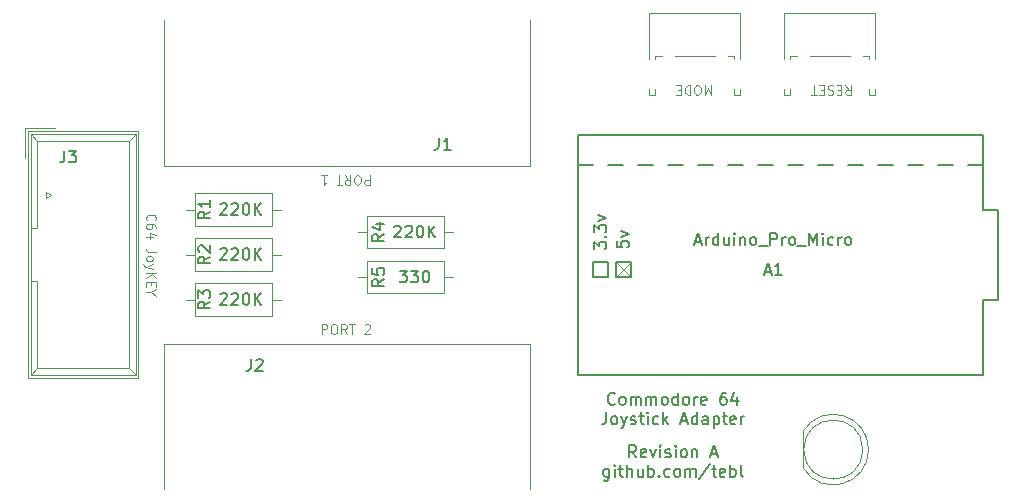
<source format=gto>
%TF.GenerationSoftware,KiCad,Pcbnew,(5.1.8)-1*%
%TF.CreationDate,2021-01-12T21:41:51+01:00*%
%TF.ProjectId,C64 Joystick Adapter,43363420-4a6f-4797-9374-69636b204164,rev?*%
%TF.SameCoordinates,Original*%
%TF.FileFunction,Legend,Top*%
%TF.FilePolarity,Positive*%
%FSLAX46Y46*%
G04 Gerber Fmt 4.6, Leading zero omitted, Abs format (unit mm)*
G04 Created by KiCad (PCBNEW (5.1.8)-1) date 2021-01-12 21:41:51*
%MOMM*%
%LPD*%
G01*
G04 APERTURE LIST*
%ADD10C,0.100000*%
%ADD11C,0.120000*%
%ADD12C,0.150000*%
G04 APERTURE END LIST*
D10*
X165499904Y-77743095D02*
X165766571Y-78124047D01*
X165957047Y-77743095D02*
X165957047Y-78543095D01*
X165652285Y-78543095D01*
X165576095Y-78505000D01*
X165538000Y-78466904D01*
X165499904Y-78390714D01*
X165499904Y-78276428D01*
X165538000Y-78200238D01*
X165576095Y-78162142D01*
X165652285Y-78124047D01*
X165957047Y-78124047D01*
X165157047Y-78162142D02*
X164890380Y-78162142D01*
X164776095Y-77743095D02*
X165157047Y-77743095D01*
X165157047Y-78543095D01*
X164776095Y-78543095D01*
X164471333Y-77781190D02*
X164357047Y-77743095D01*
X164166571Y-77743095D01*
X164090380Y-77781190D01*
X164052285Y-77819285D01*
X164014190Y-77895476D01*
X164014190Y-77971666D01*
X164052285Y-78047857D01*
X164090380Y-78085952D01*
X164166571Y-78124047D01*
X164318952Y-78162142D01*
X164395142Y-78200238D01*
X164433238Y-78238333D01*
X164471333Y-78314523D01*
X164471333Y-78390714D01*
X164433238Y-78466904D01*
X164395142Y-78505000D01*
X164318952Y-78543095D01*
X164128476Y-78543095D01*
X164014190Y-78505000D01*
X163671333Y-78162142D02*
X163404666Y-78162142D01*
X163290380Y-77743095D02*
X163671333Y-77743095D01*
X163671333Y-78543095D01*
X163290380Y-78543095D01*
X163061809Y-78543095D02*
X162604666Y-78543095D01*
X162833238Y-77743095D02*
X162833238Y-78543095D01*
X154101619Y-77743095D02*
X154101619Y-78543095D01*
X153834952Y-77971666D01*
X153568285Y-78543095D01*
X153568285Y-77743095D01*
X153034952Y-78543095D02*
X152882571Y-78543095D01*
X152806380Y-78505000D01*
X152730190Y-78428809D01*
X152692095Y-78276428D01*
X152692095Y-78009761D01*
X152730190Y-77857380D01*
X152806380Y-77781190D01*
X152882571Y-77743095D01*
X153034952Y-77743095D01*
X153111142Y-77781190D01*
X153187333Y-77857380D01*
X153225428Y-78009761D01*
X153225428Y-78276428D01*
X153187333Y-78428809D01*
X153111142Y-78505000D01*
X153034952Y-78543095D01*
X152349238Y-77743095D02*
X152349238Y-78543095D01*
X152158761Y-78543095D01*
X152044476Y-78505000D01*
X151968285Y-78428809D01*
X151930190Y-78352619D01*
X151892095Y-78200238D01*
X151892095Y-78085952D01*
X151930190Y-77933571D01*
X151968285Y-77857380D01*
X152044476Y-77781190D01*
X152158761Y-77743095D01*
X152349238Y-77743095D01*
X151549238Y-78162142D02*
X151282571Y-78162142D01*
X151168285Y-77743095D02*
X151549238Y-77743095D01*
X151549238Y-78543095D01*
X151168285Y-78543095D01*
X106394285Y-89179761D02*
X106356190Y-89141666D01*
X106318095Y-89027380D01*
X106318095Y-88951190D01*
X106356190Y-88836904D01*
X106432380Y-88760714D01*
X106508571Y-88722619D01*
X106660952Y-88684523D01*
X106775238Y-88684523D01*
X106927619Y-88722619D01*
X107003809Y-88760714D01*
X107080000Y-88836904D01*
X107118095Y-88951190D01*
X107118095Y-89027380D01*
X107080000Y-89141666D01*
X107041904Y-89179761D01*
X107118095Y-89865476D02*
X107118095Y-89713095D01*
X107080000Y-89636904D01*
X107041904Y-89598809D01*
X106927619Y-89522619D01*
X106775238Y-89484523D01*
X106470476Y-89484523D01*
X106394285Y-89522619D01*
X106356190Y-89560714D01*
X106318095Y-89636904D01*
X106318095Y-89789285D01*
X106356190Y-89865476D01*
X106394285Y-89903571D01*
X106470476Y-89941666D01*
X106660952Y-89941666D01*
X106737142Y-89903571D01*
X106775238Y-89865476D01*
X106813333Y-89789285D01*
X106813333Y-89636904D01*
X106775238Y-89560714D01*
X106737142Y-89522619D01*
X106660952Y-89484523D01*
X106851428Y-90627380D02*
X106318095Y-90627380D01*
X107156190Y-90436904D02*
X106584761Y-90246428D01*
X106584761Y-90741666D01*
X107118095Y-91884523D02*
X106546666Y-91884523D01*
X106432380Y-91846428D01*
X106356190Y-91770238D01*
X106318095Y-91655952D01*
X106318095Y-91579761D01*
X106318095Y-92379761D02*
X106356190Y-92303571D01*
X106394285Y-92265476D01*
X106470476Y-92227380D01*
X106699047Y-92227380D01*
X106775238Y-92265476D01*
X106813333Y-92303571D01*
X106851428Y-92379761D01*
X106851428Y-92494047D01*
X106813333Y-92570238D01*
X106775238Y-92608333D01*
X106699047Y-92646428D01*
X106470476Y-92646428D01*
X106394285Y-92608333D01*
X106356190Y-92570238D01*
X106318095Y-92494047D01*
X106318095Y-92379761D01*
X106851428Y-92913095D02*
X106318095Y-93103571D01*
X106851428Y-93294047D02*
X106318095Y-93103571D01*
X106127619Y-93027380D01*
X106089523Y-92989285D01*
X106051428Y-92913095D01*
X106318095Y-93598809D02*
X107118095Y-93598809D01*
X106318095Y-94055952D02*
X106775238Y-93713095D01*
X107118095Y-94055952D02*
X106660952Y-93598809D01*
X106737142Y-94398809D02*
X106737142Y-94665476D01*
X106318095Y-94779761D02*
X106318095Y-94398809D01*
X107118095Y-94398809D01*
X107118095Y-94779761D01*
X106699047Y-95275000D02*
X106318095Y-95275000D01*
X107118095Y-95008333D02*
X106699047Y-95275000D01*
X107118095Y-95541666D01*
D11*
X146050000Y-92710000D02*
X147320000Y-93980000D01*
X146050000Y-93980000D02*
X146050000Y-92710000D01*
X147320000Y-92710000D02*
X146050000Y-93980000D01*
D12*
X147780761Y-109228380D02*
X147447428Y-108752190D01*
X147209333Y-109228380D02*
X147209333Y-108228380D01*
X147590285Y-108228380D01*
X147685523Y-108276000D01*
X147733142Y-108323619D01*
X147780761Y-108418857D01*
X147780761Y-108561714D01*
X147733142Y-108656952D01*
X147685523Y-108704571D01*
X147590285Y-108752190D01*
X147209333Y-108752190D01*
X148590285Y-109180761D02*
X148495047Y-109228380D01*
X148304571Y-109228380D01*
X148209333Y-109180761D01*
X148161714Y-109085523D01*
X148161714Y-108704571D01*
X148209333Y-108609333D01*
X148304571Y-108561714D01*
X148495047Y-108561714D01*
X148590285Y-108609333D01*
X148637904Y-108704571D01*
X148637904Y-108799809D01*
X148161714Y-108895047D01*
X148971238Y-108561714D02*
X149209333Y-109228380D01*
X149447428Y-108561714D01*
X149828380Y-109228380D02*
X149828380Y-108561714D01*
X149828380Y-108228380D02*
X149780761Y-108276000D01*
X149828380Y-108323619D01*
X149876000Y-108276000D01*
X149828380Y-108228380D01*
X149828380Y-108323619D01*
X150256952Y-109180761D02*
X150352190Y-109228380D01*
X150542666Y-109228380D01*
X150637904Y-109180761D01*
X150685523Y-109085523D01*
X150685523Y-109037904D01*
X150637904Y-108942666D01*
X150542666Y-108895047D01*
X150399809Y-108895047D01*
X150304571Y-108847428D01*
X150256952Y-108752190D01*
X150256952Y-108704571D01*
X150304571Y-108609333D01*
X150399809Y-108561714D01*
X150542666Y-108561714D01*
X150637904Y-108609333D01*
X151114095Y-109228380D02*
X151114095Y-108561714D01*
X151114095Y-108228380D02*
X151066476Y-108276000D01*
X151114095Y-108323619D01*
X151161714Y-108276000D01*
X151114095Y-108228380D01*
X151114095Y-108323619D01*
X151733142Y-109228380D02*
X151637904Y-109180761D01*
X151590285Y-109133142D01*
X151542666Y-109037904D01*
X151542666Y-108752190D01*
X151590285Y-108656952D01*
X151637904Y-108609333D01*
X151733142Y-108561714D01*
X151876000Y-108561714D01*
X151971238Y-108609333D01*
X152018857Y-108656952D01*
X152066476Y-108752190D01*
X152066476Y-109037904D01*
X152018857Y-109133142D01*
X151971238Y-109180761D01*
X151876000Y-109228380D01*
X151733142Y-109228380D01*
X152495047Y-108561714D02*
X152495047Y-109228380D01*
X152495047Y-108656952D02*
X152542666Y-108609333D01*
X152637904Y-108561714D01*
X152780761Y-108561714D01*
X152876000Y-108609333D01*
X152923619Y-108704571D01*
X152923619Y-109228380D01*
X154114095Y-108942666D02*
X154590285Y-108942666D01*
X154018857Y-109228380D02*
X154352190Y-108228380D01*
X154685523Y-109228380D01*
X145471238Y-110211714D02*
X145471238Y-111021238D01*
X145423619Y-111116476D01*
X145376000Y-111164095D01*
X145280761Y-111211714D01*
X145137904Y-111211714D01*
X145042666Y-111164095D01*
X145471238Y-110830761D02*
X145376000Y-110878380D01*
X145185523Y-110878380D01*
X145090285Y-110830761D01*
X145042666Y-110783142D01*
X144995047Y-110687904D01*
X144995047Y-110402190D01*
X145042666Y-110306952D01*
X145090285Y-110259333D01*
X145185523Y-110211714D01*
X145376000Y-110211714D01*
X145471238Y-110259333D01*
X145947428Y-110878380D02*
X145947428Y-110211714D01*
X145947428Y-109878380D02*
X145899809Y-109926000D01*
X145947428Y-109973619D01*
X145995047Y-109926000D01*
X145947428Y-109878380D01*
X145947428Y-109973619D01*
X146280761Y-110211714D02*
X146661714Y-110211714D01*
X146423619Y-109878380D02*
X146423619Y-110735523D01*
X146471238Y-110830761D01*
X146566476Y-110878380D01*
X146661714Y-110878380D01*
X146995047Y-110878380D02*
X146995047Y-109878380D01*
X147423619Y-110878380D02*
X147423619Y-110354571D01*
X147376000Y-110259333D01*
X147280761Y-110211714D01*
X147137904Y-110211714D01*
X147042666Y-110259333D01*
X146995047Y-110306952D01*
X148328380Y-110211714D02*
X148328380Y-110878380D01*
X147899809Y-110211714D02*
X147899809Y-110735523D01*
X147947428Y-110830761D01*
X148042666Y-110878380D01*
X148185523Y-110878380D01*
X148280761Y-110830761D01*
X148328380Y-110783142D01*
X148804571Y-110878380D02*
X148804571Y-109878380D01*
X148804571Y-110259333D02*
X148899809Y-110211714D01*
X149090285Y-110211714D01*
X149185523Y-110259333D01*
X149233142Y-110306952D01*
X149280761Y-110402190D01*
X149280761Y-110687904D01*
X149233142Y-110783142D01*
X149185523Y-110830761D01*
X149090285Y-110878380D01*
X148899809Y-110878380D01*
X148804571Y-110830761D01*
X149709333Y-110783142D02*
X149756952Y-110830761D01*
X149709333Y-110878380D01*
X149661714Y-110830761D01*
X149709333Y-110783142D01*
X149709333Y-110878380D01*
X150614095Y-110830761D02*
X150518857Y-110878380D01*
X150328380Y-110878380D01*
X150233142Y-110830761D01*
X150185523Y-110783142D01*
X150137904Y-110687904D01*
X150137904Y-110402190D01*
X150185523Y-110306952D01*
X150233142Y-110259333D01*
X150328380Y-110211714D01*
X150518857Y-110211714D01*
X150614095Y-110259333D01*
X151185523Y-110878380D02*
X151090285Y-110830761D01*
X151042666Y-110783142D01*
X150995047Y-110687904D01*
X150995047Y-110402190D01*
X151042666Y-110306952D01*
X151090285Y-110259333D01*
X151185523Y-110211714D01*
X151328380Y-110211714D01*
X151423619Y-110259333D01*
X151471238Y-110306952D01*
X151518857Y-110402190D01*
X151518857Y-110687904D01*
X151471238Y-110783142D01*
X151423619Y-110830761D01*
X151328380Y-110878380D01*
X151185523Y-110878380D01*
X151947428Y-110878380D02*
X151947428Y-110211714D01*
X151947428Y-110306952D02*
X151995047Y-110259333D01*
X152090285Y-110211714D01*
X152233142Y-110211714D01*
X152328380Y-110259333D01*
X152376000Y-110354571D01*
X152376000Y-110878380D01*
X152376000Y-110354571D02*
X152423619Y-110259333D01*
X152518857Y-110211714D01*
X152661714Y-110211714D01*
X152756952Y-110259333D01*
X152804571Y-110354571D01*
X152804571Y-110878380D01*
X153995047Y-109830761D02*
X153137904Y-111116476D01*
X154185523Y-110211714D02*
X154566476Y-110211714D01*
X154328380Y-109878380D02*
X154328380Y-110735523D01*
X154376000Y-110830761D01*
X154471238Y-110878380D01*
X154566476Y-110878380D01*
X155280761Y-110830761D02*
X155185523Y-110878380D01*
X154995047Y-110878380D01*
X154899809Y-110830761D01*
X154852190Y-110735523D01*
X154852190Y-110354571D01*
X154899809Y-110259333D01*
X154995047Y-110211714D01*
X155185523Y-110211714D01*
X155280761Y-110259333D01*
X155328380Y-110354571D01*
X155328380Y-110449809D01*
X154852190Y-110545047D01*
X155756952Y-110878380D02*
X155756952Y-109878380D01*
X155756952Y-110259333D02*
X155852190Y-110211714D01*
X156042666Y-110211714D01*
X156137904Y-110259333D01*
X156185523Y-110306952D01*
X156233142Y-110402190D01*
X156233142Y-110687904D01*
X156185523Y-110783142D01*
X156137904Y-110830761D01*
X156042666Y-110878380D01*
X155852190Y-110878380D01*
X155756952Y-110830761D01*
X156804571Y-110878380D02*
X156709333Y-110830761D01*
X156661714Y-110735523D01*
X156661714Y-109878380D01*
X145971238Y-104688142D02*
X145923619Y-104735761D01*
X145780761Y-104783380D01*
X145685523Y-104783380D01*
X145542666Y-104735761D01*
X145447428Y-104640523D01*
X145399809Y-104545285D01*
X145352190Y-104354809D01*
X145352190Y-104211952D01*
X145399809Y-104021476D01*
X145447428Y-103926238D01*
X145542666Y-103831000D01*
X145685523Y-103783380D01*
X145780761Y-103783380D01*
X145923619Y-103831000D01*
X145971238Y-103878619D01*
X146542666Y-104783380D02*
X146447428Y-104735761D01*
X146399809Y-104688142D01*
X146352190Y-104592904D01*
X146352190Y-104307190D01*
X146399809Y-104211952D01*
X146447428Y-104164333D01*
X146542666Y-104116714D01*
X146685523Y-104116714D01*
X146780761Y-104164333D01*
X146828380Y-104211952D01*
X146876000Y-104307190D01*
X146876000Y-104592904D01*
X146828380Y-104688142D01*
X146780761Y-104735761D01*
X146685523Y-104783380D01*
X146542666Y-104783380D01*
X147304571Y-104783380D02*
X147304571Y-104116714D01*
X147304571Y-104211952D02*
X147352190Y-104164333D01*
X147447428Y-104116714D01*
X147590285Y-104116714D01*
X147685523Y-104164333D01*
X147733142Y-104259571D01*
X147733142Y-104783380D01*
X147733142Y-104259571D02*
X147780761Y-104164333D01*
X147876000Y-104116714D01*
X148018857Y-104116714D01*
X148114095Y-104164333D01*
X148161714Y-104259571D01*
X148161714Y-104783380D01*
X148637904Y-104783380D02*
X148637904Y-104116714D01*
X148637904Y-104211952D02*
X148685523Y-104164333D01*
X148780761Y-104116714D01*
X148923619Y-104116714D01*
X149018857Y-104164333D01*
X149066476Y-104259571D01*
X149066476Y-104783380D01*
X149066476Y-104259571D02*
X149114095Y-104164333D01*
X149209333Y-104116714D01*
X149352190Y-104116714D01*
X149447428Y-104164333D01*
X149495047Y-104259571D01*
X149495047Y-104783380D01*
X150114095Y-104783380D02*
X150018857Y-104735761D01*
X149971238Y-104688142D01*
X149923619Y-104592904D01*
X149923619Y-104307190D01*
X149971238Y-104211952D01*
X150018857Y-104164333D01*
X150114095Y-104116714D01*
X150256952Y-104116714D01*
X150352190Y-104164333D01*
X150399809Y-104211952D01*
X150447428Y-104307190D01*
X150447428Y-104592904D01*
X150399809Y-104688142D01*
X150352190Y-104735761D01*
X150256952Y-104783380D01*
X150114095Y-104783380D01*
X151304571Y-104783380D02*
X151304571Y-103783380D01*
X151304571Y-104735761D02*
X151209333Y-104783380D01*
X151018857Y-104783380D01*
X150923619Y-104735761D01*
X150876000Y-104688142D01*
X150828380Y-104592904D01*
X150828380Y-104307190D01*
X150876000Y-104211952D01*
X150923619Y-104164333D01*
X151018857Y-104116714D01*
X151209333Y-104116714D01*
X151304571Y-104164333D01*
X151923619Y-104783380D02*
X151828380Y-104735761D01*
X151780761Y-104688142D01*
X151733142Y-104592904D01*
X151733142Y-104307190D01*
X151780761Y-104211952D01*
X151828380Y-104164333D01*
X151923619Y-104116714D01*
X152066476Y-104116714D01*
X152161714Y-104164333D01*
X152209333Y-104211952D01*
X152256952Y-104307190D01*
X152256952Y-104592904D01*
X152209333Y-104688142D01*
X152161714Y-104735761D01*
X152066476Y-104783380D01*
X151923619Y-104783380D01*
X152685523Y-104783380D02*
X152685523Y-104116714D01*
X152685523Y-104307190D02*
X152733142Y-104211952D01*
X152780761Y-104164333D01*
X152876000Y-104116714D01*
X152971238Y-104116714D01*
X153685523Y-104735761D02*
X153590285Y-104783380D01*
X153399809Y-104783380D01*
X153304571Y-104735761D01*
X153256952Y-104640523D01*
X153256952Y-104259571D01*
X153304571Y-104164333D01*
X153399809Y-104116714D01*
X153590285Y-104116714D01*
X153685523Y-104164333D01*
X153733142Y-104259571D01*
X153733142Y-104354809D01*
X153256952Y-104450047D01*
X155352190Y-103783380D02*
X155161714Y-103783380D01*
X155066476Y-103831000D01*
X155018857Y-103878619D01*
X154923619Y-104021476D01*
X154876000Y-104211952D01*
X154876000Y-104592904D01*
X154923619Y-104688142D01*
X154971238Y-104735761D01*
X155066476Y-104783380D01*
X155256952Y-104783380D01*
X155352190Y-104735761D01*
X155399809Y-104688142D01*
X155447428Y-104592904D01*
X155447428Y-104354809D01*
X155399809Y-104259571D01*
X155352190Y-104211952D01*
X155256952Y-104164333D01*
X155066476Y-104164333D01*
X154971238Y-104211952D01*
X154923619Y-104259571D01*
X154876000Y-104354809D01*
X156304571Y-104116714D02*
X156304571Y-104783380D01*
X156066476Y-103735761D02*
X155828380Y-104450047D01*
X156447428Y-104450047D01*
X145233142Y-105433380D02*
X145233142Y-106147666D01*
X145185523Y-106290523D01*
X145090285Y-106385761D01*
X144947428Y-106433380D01*
X144852190Y-106433380D01*
X145852190Y-106433380D02*
X145756952Y-106385761D01*
X145709333Y-106338142D01*
X145661714Y-106242904D01*
X145661714Y-105957190D01*
X145709333Y-105861952D01*
X145756952Y-105814333D01*
X145852190Y-105766714D01*
X145995047Y-105766714D01*
X146090285Y-105814333D01*
X146137904Y-105861952D01*
X146185523Y-105957190D01*
X146185523Y-106242904D01*
X146137904Y-106338142D01*
X146090285Y-106385761D01*
X145995047Y-106433380D01*
X145852190Y-106433380D01*
X146518857Y-105766714D02*
X146756952Y-106433380D01*
X146995047Y-105766714D02*
X146756952Y-106433380D01*
X146661714Y-106671476D01*
X146614095Y-106719095D01*
X146518857Y-106766714D01*
X147328380Y-106385761D02*
X147423619Y-106433380D01*
X147614095Y-106433380D01*
X147709333Y-106385761D01*
X147756952Y-106290523D01*
X147756952Y-106242904D01*
X147709333Y-106147666D01*
X147614095Y-106100047D01*
X147471238Y-106100047D01*
X147376000Y-106052428D01*
X147328380Y-105957190D01*
X147328380Y-105909571D01*
X147376000Y-105814333D01*
X147471238Y-105766714D01*
X147614095Y-105766714D01*
X147709333Y-105814333D01*
X148042666Y-105766714D02*
X148423619Y-105766714D01*
X148185523Y-105433380D02*
X148185523Y-106290523D01*
X148233142Y-106385761D01*
X148328380Y-106433380D01*
X148423619Y-106433380D01*
X148756952Y-106433380D02*
X148756952Y-105766714D01*
X148756952Y-105433380D02*
X148709333Y-105481000D01*
X148756952Y-105528619D01*
X148804571Y-105481000D01*
X148756952Y-105433380D01*
X148756952Y-105528619D01*
X149661714Y-106385761D02*
X149566476Y-106433380D01*
X149376000Y-106433380D01*
X149280761Y-106385761D01*
X149233142Y-106338142D01*
X149185523Y-106242904D01*
X149185523Y-105957190D01*
X149233142Y-105861952D01*
X149280761Y-105814333D01*
X149376000Y-105766714D01*
X149566476Y-105766714D01*
X149661714Y-105814333D01*
X150090285Y-106433380D02*
X150090285Y-105433380D01*
X150185523Y-106052428D02*
X150471238Y-106433380D01*
X150471238Y-105766714D02*
X150090285Y-106147666D01*
X151614095Y-106147666D02*
X152090285Y-106147666D01*
X151518857Y-106433380D02*
X151852190Y-105433380D01*
X152185523Y-106433380D01*
X152947428Y-106433380D02*
X152947428Y-105433380D01*
X152947428Y-106385761D02*
X152852190Y-106433380D01*
X152661714Y-106433380D01*
X152566476Y-106385761D01*
X152518857Y-106338142D01*
X152471238Y-106242904D01*
X152471238Y-105957190D01*
X152518857Y-105861952D01*
X152566476Y-105814333D01*
X152661714Y-105766714D01*
X152852190Y-105766714D01*
X152947428Y-105814333D01*
X153852190Y-106433380D02*
X153852190Y-105909571D01*
X153804571Y-105814333D01*
X153709333Y-105766714D01*
X153518857Y-105766714D01*
X153423619Y-105814333D01*
X153852190Y-106385761D02*
X153756952Y-106433380D01*
X153518857Y-106433380D01*
X153423619Y-106385761D01*
X153376000Y-106290523D01*
X153376000Y-106195285D01*
X153423619Y-106100047D01*
X153518857Y-106052428D01*
X153756952Y-106052428D01*
X153852190Y-106004809D01*
X154328380Y-105766714D02*
X154328380Y-106766714D01*
X154328380Y-105814333D02*
X154423619Y-105766714D01*
X154614095Y-105766714D01*
X154709333Y-105814333D01*
X154756952Y-105861952D01*
X154804571Y-105957190D01*
X154804571Y-106242904D01*
X154756952Y-106338142D01*
X154709333Y-106385761D01*
X154614095Y-106433380D01*
X154423619Y-106433380D01*
X154328380Y-106385761D01*
X155090285Y-105766714D02*
X155471238Y-105766714D01*
X155233142Y-105433380D02*
X155233142Y-106290523D01*
X155280761Y-106385761D01*
X155376000Y-106433380D01*
X155471238Y-106433380D01*
X156185523Y-106385761D02*
X156090285Y-106433380D01*
X155899809Y-106433380D01*
X155804571Y-106385761D01*
X155756952Y-106290523D01*
X155756952Y-105909571D01*
X155804571Y-105814333D01*
X155899809Y-105766714D01*
X156090285Y-105766714D01*
X156185523Y-105814333D01*
X156233142Y-105909571D01*
X156233142Y-106004809D01*
X155756952Y-106100047D01*
X156661714Y-106433380D02*
X156661714Y-105766714D01*
X156661714Y-105957190D02*
X156709333Y-105861952D01*
X156756952Y-105814333D01*
X156852190Y-105766714D01*
X156947428Y-105766714D01*
D10*
X121170952Y-98786904D02*
X121170952Y-97986904D01*
X121475714Y-97986904D01*
X121551904Y-98025000D01*
X121590000Y-98063095D01*
X121628095Y-98139285D01*
X121628095Y-98253571D01*
X121590000Y-98329761D01*
X121551904Y-98367857D01*
X121475714Y-98405952D01*
X121170952Y-98405952D01*
X122123333Y-97986904D02*
X122275714Y-97986904D01*
X122351904Y-98025000D01*
X122428095Y-98101190D01*
X122466190Y-98253571D01*
X122466190Y-98520238D01*
X122428095Y-98672619D01*
X122351904Y-98748809D01*
X122275714Y-98786904D01*
X122123333Y-98786904D01*
X122047142Y-98748809D01*
X121970952Y-98672619D01*
X121932857Y-98520238D01*
X121932857Y-98253571D01*
X121970952Y-98101190D01*
X122047142Y-98025000D01*
X122123333Y-97986904D01*
X123266190Y-98786904D02*
X122999523Y-98405952D01*
X122809047Y-98786904D02*
X122809047Y-97986904D01*
X123113809Y-97986904D01*
X123190000Y-98025000D01*
X123228095Y-98063095D01*
X123266190Y-98139285D01*
X123266190Y-98253571D01*
X123228095Y-98329761D01*
X123190000Y-98367857D01*
X123113809Y-98405952D01*
X122809047Y-98405952D01*
X123494761Y-97986904D02*
X123951904Y-97986904D01*
X123723333Y-98786904D02*
X123723333Y-97986904D01*
X124790000Y-98063095D02*
X124828095Y-98025000D01*
X124904285Y-97986904D01*
X125094761Y-97986904D01*
X125170952Y-98025000D01*
X125209047Y-98063095D01*
X125247142Y-98139285D01*
X125247142Y-98215476D01*
X125209047Y-98329761D01*
X124751904Y-98786904D01*
X125247142Y-98786904D01*
X125209047Y-85363095D02*
X125209047Y-86163095D01*
X124904285Y-86163095D01*
X124828095Y-86125000D01*
X124790000Y-86086904D01*
X124751904Y-86010714D01*
X124751904Y-85896428D01*
X124790000Y-85820238D01*
X124828095Y-85782142D01*
X124904285Y-85744047D01*
X125209047Y-85744047D01*
X124256666Y-86163095D02*
X124104285Y-86163095D01*
X124028095Y-86125000D01*
X123951904Y-86048809D01*
X123913809Y-85896428D01*
X123913809Y-85629761D01*
X123951904Y-85477380D01*
X124028095Y-85401190D01*
X124104285Y-85363095D01*
X124256666Y-85363095D01*
X124332857Y-85401190D01*
X124409047Y-85477380D01*
X124447142Y-85629761D01*
X124447142Y-85896428D01*
X124409047Y-86048809D01*
X124332857Y-86125000D01*
X124256666Y-86163095D01*
X123113809Y-85363095D02*
X123380476Y-85744047D01*
X123570952Y-85363095D02*
X123570952Y-86163095D01*
X123266190Y-86163095D01*
X123190000Y-86125000D01*
X123151904Y-86086904D01*
X123113809Y-86010714D01*
X123113809Y-85896428D01*
X123151904Y-85820238D01*
X123190000Y-85782142D01*
X123266190Y-85744047D01*
X123570952Y-85744047D01*
X122885238Y-86163095D02*
X122428095Y-86163095D01*
X122656666Y-85363095D02*
X122656666Y-86163095D01*
X121132857Y-85363095D02*
X121590000Y-85363095D01*
X121361428Y-85363095D02*
X121361428Y-86163095D01*
X121437619Y-86048809D01*
X121513809Y-85972619D01*
X121590000Y-85934523D01*
D11*
%TO.C,R4*%
X124230000Y-90170000D02*
X125000000Y-90170000D01*
X132310000Y-90170000D02*
X131540000Y-90170000D01*
X125000000Y-91540000D02*
X131540000Y-91540000D01*
X125000000Y-88800000D02*
X125000000Y-91540000D01*
X131540000Y-88800000D02*
X125000000Y-88800000D01*
X131540000Y-91540000D02*
X131540000Y-88800000D01*
D12*
%TO.C,A1*%
X144145000Y-84455000D02*
X142875000Y-84455000D01*
X146685000Y-84455000D02*
X145415000Y-84455000D01*
X149225000Y-84455000D02*
X147955000Y-84455000D01*
X151765000Y-84455000D02*
X150495000Y-84455000D01*
X154305000Y-84455000D02*
X153035000Y-84455000D01*
X156845000Y-84455000D02*
X155575000Y-84455000D01*
X159385000Y-84455000D02*
X158115000Y-84455000D01*
X161925000Y-84455000D02*
X160655000Y-84455000D01*
X164465000Y-84455000D02*
X163195000Y-84455000D01*
X167005000Y-84455000D02*
X165735000Y-84455000D01*
X169545000Y-84455000D02*
X168275000Y-84455000D01*
X172085000Y-84455000D02*
X170815000Y-84455000D01*
X174625000Y-84455000D02*
X173355000Y-84455000D01*
X177165000Y-84455000D02*
X175895000Y-84455000D01*
X146050000Y-92710000D02*
X146050000Y-93980000D01*
X146050000Y-93980000D02*
X147320000Y-93980000D01*
X147320000Y-93980000D02*
X147320000Y-92710000D01*
X147320000Y-92710000D02*
X146050000Y-92710000D01*
X145415000Y-93980000D02*
X145415000Y-92710000D01*
X145415000Y-92710000D02*
X144145000Y-92710000D01*
X144145000Y-92710000D02*
X144145000Y-93980000D01*
X144145000Y-93980000D02*
X145415000Y-93980000D01*
X178435000Y-95885000D02*
X177165000Y-95885000D01*
X177165000Y-95885000D02*
X177165000Y-102235000D01*
X177165000Y-81915000D02*
X177165000Y-88265000D01*
X177165000Y-88265000D02*
X178435000Y-88265000D01*
X178435000Y-88265000D02*
X178435000Y-95885000D01*
X142875000Y-102235000D02*
X177165000Y-102235000D01*
X177165000Y-81915000D02*
X142875000Y-81915000D01*
X142875000Y-81915000D02*
X142875000Y-102235000D01*
D11*
%TO.C,R5*%
X131540000Y-95350000D02*
X131540000Y-92610000D01*
X131540000Y-92610000D02*
X125000000Y-92610000D01*
X125000000Y-92610000D02*
X125000000Y-95350000D01*
X125000000Y-95350000D02*
X131540000Y-95350000D01*
X132310000Y-93980000D02*
X131540000Y-93980000D01*
X124230000Y-93980000D02*
X125000000Y-93980000D01*
%TO.C,J2*%
X107815000Y-111950000D02*
X107815000Y-99610000D01*
X107815000Y-99610000D02*
X138785000Y-99610000D01*
X138785000Y-99610000D02*
X138785000Y-111950000D01*
%TO.C,J1*%
X107835000Y-84590000D02*
X107835000Y-72250000D01*
X138805000Y-84590000D02*
X107835000Y-84590000D01*
X138805000Y-72250000D02*
X138805000Y-84590000D01*
%TO.C,R1*%
X117705000Y-88265000D02*
X116935000Y-88265000D01*
X109625000Y-88265000D02*
X110395000Y-88265000D01*
X116935000Y-86895000D02*
X110395000Y-86895000D01*
X116935000Y-89635000D02*
X116935000Y-86895000D01*
X110395000Y-89635000D02*
X116935000Y-89635000D01*
X110395000Y-86895000D02*
X110395000Y-89635000D01*
%TO.C,R2*%
X117705000Y-92075000D02*
X116935000Y-92075000D01*
X109625000Y-92075000D02*
X110395000Y-92075000D01*
X116935000Y-90705000D02*
X110395000Y-90705000D01*
X116935000Y-93445000D02*
X116935000Y-90705000D01*
X110395000Y-93445000D02*
X116935000Y-93445000D01*
X110395000Y-90705000D02*
X110395000Y-93445000D01*
%TO.C,R3*%
X110395000Y-94515000D02*
X110395000Y-97255000D01*
X110395000Y-97255000D02*
X116935000Y-97255000D01*
X116935000Y-97255000D02*
X116935000Y-94515000D01*
X116935000Y-94515000D02*
X110395000Y-94515000D01*
X109625000Y-95885000D02*
X110395000Y-95885000D01*
X117705000Y-95885000D02*
X116935000Y-95885000D01*
%TO.C,SW1*%
X162475000Y-75265000D02*
X165875000Y-75265000D01*
X160835000Y-75265000D02*
X161375000Y-75265000D01*
X168035000Y-78095000D02*
X168035000Y-78605000D01*
X167515000Y-78605000D02*
X168035000Y-78605000D01*
X167515000Y-78095000D02*
X167515000Y-78605000D01*
X166975000Y-75265000D02*
X167515000Y-75265000D01*
X160315000Y-78095000D02*
X160315000Y-78605000D01*
X160835000Y-78095000D02*
X160835000Y-78605000D01*
X167515000Y-75265000D02*
X167515000Y-75495000D01*
X160315000Y-71595000D02*
X160315000Y-75495000D01*
X160315000Y-78605000D02*
X160835000Y-78605000D01*
X168035000Y-71595000D02*
X168035000Y-75495000D01*
X160315000Y-71595000D02*
X168035000Y-71595000D01*
X160835000Y-75265000D02*
X160835000Y-75495000D01*
%TO.C,SW2*%
X149405000Y-75265000D02*
X149405000Y-75495000D01*
X148885000Y-71595000D02*
X156605000Y-71595000D01*
X156605000Y-71595000D02*
X156605000Y-75495000D01*
X148885000Y-78605000D02*
X149405000Y-78605000D01*
X148885000Y-71595000D02*
X148885000Y-75495000D01*
X156085000Y-75265000D02*
X156085000Y-75495000D01*
X149405000Y-78095000D02*
X149405000Y-78605000D01*
X148885000Y-78095000D02*
X148885000Y-78605000D01*
X155545000Y-75265000D02*
X156085000Y-75265000D01*
X156085000Y-78095000D02*
X156085000Y-78605000D01*
X156085000Y-78605000D02*
X156605000Y-78605000D01*
X156605000Y-78095000D02*
X156605000Y-78605000D01*
X149405000Y-75265000D02*
X149945000Y-75265000D01*
X151045000Y-75265000D02*
X154445000Y-75265000D01*
%TO.C,D1*%
X161905000Y-107040000D02*
X161905000Y-110130000D01*
X166965000Y-108585000D02*
G75*
G03*
X166965000Y-108585000I-2500000J0D01*
G01*
X167455000Y-108585462D02*
G75*
G03*
X161905000Y-107040170I-2990000J462D01*
G01*
X167455000Y-108584538D02*
G75*
G02*
X161905000Y-110129830I-2990000J-462D01*
G01*
D10*
%TO.C,J3*%
X105390000Y-81895000D02*
X105390000Y-102255000D01*
X104840000Y-82435000D02*
X104840000Y-101695000D01*
X96540000Y-81895000D02*
X96540000Y-102255000D01*
X97090000Y-82435000D02*
X97090000Y-89825000D01*
X97090000Y-94325000D02*
X97090000Y-101695000D01*
X97090000Y-89825000D02*
X96540000Y-89825000D01*
X97090000Y-94325000D02*
X96540000Y-94325000D01*
X105390000Y-81895000D02*
X96540000Y-81895000D01*
X104840000Y-82435000D02*
X97090000Y-82435000D01*
X105390000Y-102255000D02*
X96540000Y-102255000D01*
X104840000Y-101695000D02*
X97090000Y-101695000D01*
X105390000Y-81895000D02*
X104840000Y-82435000D01*
X105390000Y-102255000D02*
X104840000Y-101695000D01*
X96540000Y-81895000D02*
X97090000Y-82435000D01*
X96540000Y-102255000D02*
X97090000Y-101695000D01*
D11*
X105640000Y-81645000D02*
X105640000Y-102505000D01*
X105640000Y-102505000D02*
X96290000Y-102505000D01*
X96290000Y-102505000D02*
X96290000Y-81645000D01*
X96290000Y-81645000D02*
X105640000Y-81645000D01*
X96040000Y-81395000D02*
X96040000Y-83935000D01*
X96040000Y-81395000D02*
X98580000Y-81395000D01*
X98242575Y-87058500D02*
X97809562Y-87308500D01*
X97809562Y-86808500D02*
X98242575Y-87058500D01*
X97809562Y-87308500D02*
X97809562Y-86808500D01*
%TO.C,R4*%
D12*
X126436380Y-90336666D02*
X125960190Y-90670000D01*
X126436380Y-90908095D02*
X125436380Y-90908095D01*
X125436380Y-90527142D01*
X125484000Y-90431904D01*
X125531619Y-90384285D01*
X125626857Y-90336666D01*
X125769714Y-90336666D01*
X125864952Y-90384285D01*
X125912571Y-90431904D01*
X125960190Y-90527142D01*
X125960190Y-90908095D01*
X125769714Y-89479523D02*
X126436380Y-89479523D01*
X125388761Y-89717619D02*
X126103047Y-89955714D01*
X126103047Y-89336666D01*
X127293904Y-89717619D02*
X127341523Y-89670000D01*
X127436761Y-89622380D01*
X127674857Y-89622380D01*
X127770095Y-89670000D01*
X127817714Y-89717619D01*
X127865333Y-89812857D01*
X127865333Y-89908095D01*
X127817714Y-90050952D01*
X127246285Y-90622380D01*
X127865333Y-90622380D01*
X128246285Y-89717619D02*
X128293904Y-89670000D01*
X128389142Y-89622380D01*
X128627238Y-89622380D01*
X128722476Y-89670000D01*
X128770095Y-89717619D01*
X128817714Y-89812857D01*
X128817714Y-89908095D01*
X128770095Y-90050952D01*
X128198666Y-90622380D01*
X128817714Y-90622380D01*
X129436761Y-89622380D02*
X129532000Y-89622380D01*
X129627238Y-89670000D01*
X129674857Y-89717619D01*
X129722476Y-89812857D01*
X129770095Y-90003333D01*
X129770095Y-90241428D01*
X129722476Y-90431904D01*
X129674857Y-90527142D01*
X129627238Y-90574761D01*
X129532000Y-90622380D01*
X129436761Y-90622380D01*
X129341523Y-90574761D01*
X129293904Y-90527142D01*
X129246285Y-90431904D01*
X129198666Y-90241428D01*
X129198666Y-90003333D01*
X129246285Y-89812857D01*
X129293904Y-89717619D01*
X129341523Y-89670000D01*
X129436761Y-89622380D01*
X130198666Y-90622380D02*
X130198666Y-89622380D01*
X130770095Y-90622380D02*
X130341523Y-90050952D01*
X130770095Y-89622380D02*
X130198666Y-90193809D01*
%TO.C,A1*%
X158670714Y-93511666D02*
X159146904Y-93511666D01*
X158575476Y-93797380D02*
X158908809Y-92797380D01*
X159242142Y-93797380D01*
X160099285Y-93797380D02*
X159527857Y-93797380D01*
X159813571Y-93797380D02*
X159813571Y-92797380D01*
X159718333Y-92940238D01*
X159623095Y-93035476D01*
X159527857Y-93083095D01*
X152765952Y-90971666D02*
X153242142Y-90971666D01*
X152670714Y-91257380D02*
X153004047Y-90257380D01*
X153337380Y-91257380D01*
X153670714Y-91257380D02*
X153670714Y-90590714D01*
X153670714Y-90781190D02*
X153718333Y-90685952D01*
X153765952Y-90638333D01*
X153861190Y-90590714D01*
X153956428Y-90590714D01*
X154718333Y-91257380D02*
X154718333Y-90257380D01*
X154718333Y-91209761D02*
X154623095Y-91257380D01*
X154432619Y-91257380D01*
X154337380Y-91209761D01*
X154289761Y-91162142D01*
X154242142Y-91066904D01*
X154242142Y-90781190D01*
X154289761Y-90685952D01*
X154337380Y-90638333D01*
X154432619Y-90590714D01*
X154623095Y-90590714D01*
X154718333Y-90638333D01*
X155623095Y-90590714D02*
X155623095Y-91257380D01*
X155194523Y-90590714D02*
X155194523Y-91114523D01*
X155242142Y-91209761D01*
X155337380Y-91257380D01*
X155480238Y-91257380D01*
X155575476Y-91209761D01*
X155623095Y-91162142D01*
X156099285Y-91257380D02*
X156099285Y-90590714D01*
X156099285Y-90257380D02*
X156051666Y-90305000D01*
X156099285Y-90352619D01*
X156146904Y-90305000D01*
X156099285Y-90257380D01*
X156099285Y-90352619D01*
X156575476Y-90590714D02*
X156575476Y-91257380D01*
X156575476Y-90685952D02*
X156623095Y-90638333D01*
X156718333Y-90590714D01*
X156861190Y-90590714D01*
X156956428Y-90638333D01*
X157004047Y-90733571D01*
X157004047Y-91257380D01*
X157623095Y-91257380D02*
X157527857Y-91209761D01*
X157480238Y-91162142D01*
X157432619Y-91066904D01*
X157432619Y-90781190D01*
X157480238Y-90685952D01*
X157527857Y-90638333D01*
X157623095Y-90590714D01*
X157765952Y-90590714D01*
X157861190Y-90638333D01*
X157908809Y-90685952D01*
X157956428Y-90781190D01*
X157956428Y-91066904D01*
X157908809Y-91162142D01*
X157861190Y-91209761D01*
X157765952Y-91257380D01*
X157623095Y-91257380D01*
X158146904Y-91352619D02*
X158908809Y-91352619D01*
X159146904Y-91257380D02*
X159146904Y-90257380D01*
X159527857Y-90257380D01*
X159623095Y-90305000D01*
X159670714Y-90352619D01*
X159718333Y-90447857D01*
X159718333Y-90590714D01*
X159670714Y-90685952D01*
X159623095Y-90733571D01*
X159527857Y-90781190D01*
X159146904Y-90781190D01*
X160146904Y-91257380D02*
X160146904Y-90590714D01*
X160146904Y-90781190D02*
X160194523Y-90685952D01*
X160242142Y-90638333D01*
X160337380Y-90590714D01*
X160432619Y-90590714D01*
X160908809Y-91257380D02*
X160813571Y-91209761D01*
X160765952Y-91162142D01*
X160718333Y-91066904D01*
X160718333Y-90781190D01*
X160765952Y-90685952D01*
X160813571Y-90638333D01*
X160908809Y-90590714D01*
X161051666Y-90590714D01*
X161146904Y-90638333D01*
X161194523Y-90685952D01*
X161242142Y-90781190D01*
X161242142Y-91066904D01*
X161194523Y-91162142D01*
X161146904Y-91209761D01*
X161051666Y-91257380D01*
X160908809Y-91257380D01*
X161432619Y-91352619D02*
X162194523Y-91352619D01*
X162432619Y-91257380D02*
X162432619Y-90257380D01*
X162765952Y-90971666D01*
X163099285Y-90257380D01*
X163099285Y-91257380D01*
X163575476Y-91257380D02*
X163575476Y-90590714D01*
X163575476Y-90257380D02*
X163527857Y-90305000D01*
X163575476Y-90352619D01*
X163623095Y-90305000D01*
X163575476Y-90257380D01*
X163575476Y-90352619D01*
X164480238Y-91209761D02*
X164385000Y-91257380D01*
X164194523Y-91257380D01*
X164099285Y-91209761D01*
X164051666Y-91162142D01*
X164004047Y-91066904D01*
X164004047Y-90781190D01*
X164051666Y-90685952D01*
X164099285Y-90638333D01*
X164194523Y-90590714D01*
X164385000Y-90590714D01*
X164480238Y-90638333D01*
X164908809Y-91257380D02*
X164908809Y-90590714D01*
X164908809Y-90781190D02*
X164956428Y-90685952D01*
X165004047Y-90638333D01*
X165099285Y-90590714D01*
X165194523Y-90590714D01*
X165670714Y-91257380D02*
X165575476Y-91209761D01*
X165527857Y-91162142D01*
X165480238Y-91066904D01*
X165480238Y-90781190D01*
X165527857Y-90685952D01*
X165575476Y-90638333D01*
X165670714Y-90590714D01*
X165813571Y-90590714D01*
X165908809Y-90638333D01*
X165956428Y-90685952D01*
X166004047Y-90781190D01*
X166004047Y-91066904D01*
X165956428Y-91162142D01*
X165908809Y-91209761D01*
X165813571Y-91257380D01*
X165670714Y-91257380D01*
X144232380Y-91598571D02*
X144232380Y-90979523D01*
X144613333Y-91312857D01*
X144613333Y-91170000D01*
X144660952Y-91074761D01*
X144708571Y-91027142D01*
X144803809Y-90979523D01*
X145041904Y-90979523D01*
X145137142Y-91027142D01*
X145184761Y-91074761D01*
X145232380Y-91170000D01*
X145232380Y-91455714D01*
X145184761Y-91550952D01*
X145137142Y-91598571D01*
X145137142Y-90550952D02*
X145184761Y-90503333D01*
X145232380Y-90550952D01*
X145184761Y-90598571D01*
X145137142Y-90550952D01*
X145232380Y-90550952D01*
X144232380Y-90170000D02*
X144232380Y-89550952D01*
X144613333Y-89884285D01*
X144613333Y-89741428D01*
X144660952Y-89646190D01*
X144708571Y-89598571D01*
X144803809Y-89550952D01*
X145041904Y-89550952D01*
X145137142Y-89598571D01*
X145184761Y-89646190D01*
X145232380Y-89741428D01*
X145232380Y-90027142D01*
X145184761Y-90122380D01*
X145137142Y-90170000D01*
X144565714Y-89217619D02*
X145232380Y-88979523D01*
X144565714Y-88741428D01*
X146137380Y-90947857D02*
X146137380Y-91424047D01*
X146613571Y-91471666D01*
X146565952Y-91424047D01*
X146518333Y-91328809D01*
X146518333Y-91090714D01*
X146565952Y-90995476D01*
X146613571Y-90947857D01*
X146708809Y-90900238D01*
X146946904Y-90900238D01*
X147042142Y-90947857D01*
X147089761Y-90995476D01*
X147137380Y-91090714D01*
X147137380Y-91328809D01*
X147089761Y-91424047D01*
X147042142Y-91471666D01*
X146470714Y-90566904D02*
X147137380Y-90328809D01*
X146470714Y-90090714D01*
%TO.C,R5*%
X126436380Y-94146666D02*
X125960190Y-94480000D01*
X126436380Y-94718095D02*
X125436380Y-94718095D01*
X125436380Y-94337142D01*
X125484000Y-94241904D01*
X125531619Y-94194285D01*
X125626857Y-94146666D01*
X125769714Y-94146666D01*
X125864952Y-94194285D01*
X125912571Y-94241904D01*
X125960190Y-94337142D01*
X125960190Y-94718095D01*
X125436380Y-93241904D02*
X125436380Y-93718095D01*
X125912571Y-93765714D01*
X125864952Y-93718095D01*
X125817333Y-93622857D01*
X125817333Y-93384761D01*
X125864952Y-93289523D01*
X125912571Y-93241904D01*
X126007809Y-93194285D01*
X126245904Y-93194285D01*
X126341142Y-93241904D01*
X126388761Y-93289523D01*
X126436380Y-93384761D01*
X126436380Y-93622857D01*
X126388761Y-93718095D01*
X126341142Y-93765714D01*
X127746285Y-93432380D02*
X128365333Y-93432380D01*
X128032000Y-93813333D01*
X128174857Y-93813333D01*
X128270095Y-93860952D01*
X128317714Y-93908571D01*
X128365333Y-94003809D01*
X128365333Y-94241904D01*
X128317714Y-94337142D01*
X128270095Y-94384761D01*
X128174857Y-94432380D01*
X127889142Y-94432380D01*
X127793904Y-94384761D01*
X127746285Y-94337142D01*
X128698666Y-93432380D02*
X129317714Y-93432380D01*
X128984380Y-93813333D01*
X129127238Y-93813333D01*
X129222476Y-93860952D01*
X129270095Y-93908571D01*
X129317714Y-94003809D01*
X129317714Y-94241904D01*
X129270095Y-94337142D01*
X129222476Y-94384761D01*
X129127238Y-94432380D01*
X128841523Y-94432380D01*
X128746285Y-94384761D01*
X128698666Y-94337142D01*
X129936761Y-93432380D02*
X130032000Y-93432380D01*
X130127238Y-93480000D01*
X130174857Y-93527619D01*
X130222476Y-93622857D01*
X130270095Y-93813333D01*
X130270095Y-94051428D01*
X130222476Y-94241904D01*
X130174857Y-94337142D01*
X130127238Y-94384761D01*
X130032000Y-94432380D01*
X129936761Y-94432380D01*
X129841523Y-94384761D01*
X129793904Y-94337142D01*
X129746285Y-94241904D01*
X129698666Y-94051428D01*
X129698666Y-93813333D01*
X129746285Y-93622857D01*
X129793904Y-93527619D01*
X129841523Y-93480000D01*
X129936761Y-93432380D01*
%TO.C,J2*%
X115161666Y-100922380D02*
X115161666Y-101636666D01*
X115114047Y-101779523D01*
X115018809Y-101874761D01*
X114875952Y-101922380D01*
X114780714Y-101922380D01*
X115590238Y-101017619D02*
X115637857Y-100970000D01*
X115733095Y-100922380D01*
X115971190Y-100922380D01*
X116066428Y-100970000D01*
X116114047Y-101017619D01*
X116161666Y-101112857D01*
X116161666Y-101208095D01*
X116114047Y-101350952D01*
X115542619Y-101922380D01*
X116161666Y-101922380D01*
%TO.C,J1*%
X131066666Y-82182380D02*
X131066666Y-82896666D01*
X131019047Y-83039523D01*
X130923809Y-83134761D01*
X130780952Y-83182380D01*
X130685714Y-83182380D01*
X132066666Y-83182380D02*
X131495238Y-83182380D01*
X131780952Y-83182380D02*
X131780952Y-82182380D01*
X131685714Y-82325238D01*
X131590476Y-82420476D01*
X131495238Y-82468095D01*
%TO.C,R1*%
X111704380Y-88431666D02*
X111228190Y-88765000D01*
X111704380Y-89003095D02*
X110704380Y-89003095D01*
X110704380Y-88622142D01*
X110752000Y-88526904D01*
X110799619Y-88479285D01*
X110894857Y-88431666D01*
X111037714Y-88431666D01*
X111132952Y-88479285D01*
X111180571Y-88526904D01*
X111228190Y-88622142D01*
X111228190Y-89003095D01*
X111704380Y-87479285D02*
X111704380Y-88050714D01*
X111704380Y-87765000D02*
X110704380Y-87765000D01*
X110847238Y-87860238D01*
X110942476Y-87955476D01*
X110990095Y-88050714D01*
X112561904Y-87812619D02*
X112609523Y-87765000D01*
X112704761Y-87717380D01*
X112942857Y-87717380D01*
X113038095Y-87765000D01*
X113085714Y-87812619D01*
X113133333Y-87907857D01*
X113133333Y-88003095D01*
X113085714Y-88145952D01*
X112514285Y-88717380D01*
X113133333Y-88717380D01*
X113514285Y-87812619D02*
X113561904Y-87765000D01*
X113657142Y-87717380D01*
X113895238Y-87717380D01*
X113990476Y-87765000D01*
X114038095Y-87812619D01*
X114085714Y-87907857D01*
X114085714Y-88003095D01*
X114038095Y-88145952D01*
X113466666Y-88717380D01*
X114085714Y-88717380D01*
X114704761Y-87717380D02*
X114800000Y-87717380D01*
X114895238Y-87765000D01*
X114942857Y-87812619D01*
X114990476Y-87907857D01*
X115038095Y-88098333D01*
X115038095Y-88336428D01*
X114990476Y-88526904D01*
X114942857Y-88622142D01*
X114895238Y-88669761D01*
X114800000Y-88717380D01*
X114704761Y-88717380D01*
X114609523Y-88669761D01*
X114561904Y-88622142D01*
X114514285Y-88526904D01*
X114466666Y-88336428D01*
X114466666Y-88098333D01*
X114514285Y-87907857D01*
X114561904Y-87812619D01*
X114609523Y-87765000D01*
X114704761Y-87717380D01*
X115466666Y-88717380D02*
X115466666Y-87717380D01*
X116038095Y-88717380D02*
X115609523Y-88145952D01*
X116038095Y-87717380D02*
X115466666Y-88288809D01*
%TO.C,R2*%
X111704380Y-92241666D02*
X111228190Y-92575000D01*
X111704380Y-92813095D02*
X110704380Y-92813095D01*
X110704380Y-92432142D01*
X110752000Y-92336904D01*
X110799619Y-92289285D01*
X110894857Y-92241666D01*
X111037714Y-92241666D01*
X111132952Y-92289285D01*
X111180571Y-92336904D01*
X111228190Y-92432142D01*
X111228190Y-92813095D01*
X110799619Y-91860714D02*
X110752000Y-91813095D01*
X110704380Y-91717857D01*
X110704380Y-91479761D01*
X110752000Y-91384523D01*
X110799619Y-91336904D01*
X110894857Y-91289285D01*
X110990095Y-91289285D01*
X111132952Y-91336904D01*
X111704380Y-91908333D01*
X111704380Y-91289285D01*
X112561904Y-91622619D02*
X112609523Y-91575000D01*
X112704761Y-91527380D01*
X112942857Y-91527380D01*
X113038095Y-91575000D01*
X113085714Y-91622619D01*
X113133333Y-91717857D01*
X113133333Y-91813095D01*
X113085714Y-91955952D01*
X112514285Y-92527380D01*
X113133333Y-92527380D01*
X113514285Y-91622619D02*
X113561904Y-91575000D01*
X113657142Y-91527380D01*
X113895238Y-91527380D01*
X113990476Y-91575000D01*
X114038095Y-91622619D01*
X114085714Y-91717857D01*
X114085714Y-91813095D01*
X114038095Y-91955952D01*
X113466666Y-92527380D01*
X114085714Y-92527380D01*
X114704761Y-91527380D02*
X114800000Y-91527380D01*
X114895238Y-91575000D01*
X114942857Y-91622619D01*
X114990476Y-91717857D01*
X115038095Y-91908333D01*
X115038095Y-92146428D01*
X114990476Y-92336904D01*
X114942857Y-92432142D01*
X114895238Y-92479761D01*
X114800000Y-92527380D01*
X114704761Y-92527380D01*
X114609523Y-92479761D01*
X114561904Y-92432142D01*
X114514285Y-92336904D01*
X114466666Y-92146428D01*
X114466666Y-91908333D01*
X114514285Y-91717857D01*
X114561904Y-91622619D01*
X114609523Y-91575000D01*
X114704761Y-91527380D01*
X115466666Y-92527380D02*
X115466666Y-91527380D01*
X116038095Y-92527380D02*
X115609523Y-91955952D01*
X116038095Y-91527380D02*
X115466666Y-92098809D01*
%TO.C,R3*%
X111704380Y-96051666D02*
X111228190Y-96385000D01*
X111704380Y-96623095D02*
X110704380Y-96623095D01*
X110704380Y-96242142D01*
X110752000Y-96146904D01*
X110799619Y-96099285D01*
X110894857Y-96051666D01*
X111037714Y-96051666D01*
X111132952Y-96099285D01*
X111180571Y-96146904D01*
X111228190Y-96242142D01*
X111228190Y-96623095D01*
X110704380Y-95718333D02*
X110704380Y-95099285D01*
X111085333Y-95432619D01*
X111085333Y-95289761D01*
X111132952Y-95194523D01*
X111180571Y-95146904D01*
X111275809Y-95099285D01*
X111513904Y-95099285D01*
X111609142Y-95146904D01*
X111656761Y-95194523D01*
X111704380Y-95289761D01*
X111704380Y-95575476D01*
X111656761Y-95670714D01*
X111609142Y-95718333D01*
X112561904Y-95432619D02*
X112609523Y-95385000D01*
X112704761Y-95337380D01*
X112942857Y-95337380D01*
X113038095Y-95385000D01*
X113085714Y-95432619D01*
X113133333Y-95527857D01*
X113133333Y-95623095D01*
X113085714Y-95765952D01*
X112514285Y-96337380D01*
X113133333Y-96337380D01*
X113514285Y-95432619D02*
X113561904Y-95385000D01*
X113657142Y-95337380D01*
X113895238Y-95337380D01*
X113990476Y-95385000D01*
X114038095Y-95432619D01*
X114085714Y-95527857D01*
X114085714Y-95623095D01*
X114038095Y-95765952D01*
X113466666Y-96337380D01*
X114085714Y-96337380D01*
X114704761Y-95337380D02*
X114800000Y-95337380D01*
X114895238Y-95385000D01*
X114942857Y-95432619D01*
X114990476Y-95527857D01*
X115038095Y-95718333D01*
X115038095Y-95956428D01*
X114990476Y-96146904D01*
X114942857Y-96242142D01*
X114895238Y-96289761D01*
X114800000Y-96337380D01*
X114704761Y-96337380D01*
X114609523Y-96289761D01*
X114561904Y-96242142D01*
X114514285Y-96146904D01*
X114466666Y-95956428D01*
X114466666Y-95718333D01*
X114514285Y-95527857D01*
X114561904Y-95432619D01*
X114609523Y-95385000D01*
X114704761Y-95337380D01*
X115466666Y-96337380D02*
X115466666Y-95337380D01*
X116038095Y-96337380D02*
X115609523Y-95765952D01*
X116038095Y-95337380D02*
X115466666Y-95908809D01*
%TO.C,J3*%
X99361666Y-83272380D02*
X99361666Y-83986666D01*
X99314047Y-84129523D01*
X99218809Y-84224761D01*
X99075952Y-84272380D01*
X98980714Y-84272380D01*
X99742619Y-83272380D02*
X100361666Y-83272380D01*
X100028333Y-83653333D01*
X100171190Y-83653333D01*
X100266428Y-83700952D01*
X100314047Y-83748571D01*
X100361666Y-83843809D01*
X100361666Y-84081904D01*
X100314047Y-84177142D01*
X100266428Y-84224761D01*
X100171190Y-84272380D01*
X99885476Y-84272380D01*
X99790238Y-84224761D01*
X99742619Y-84177142D01*
%TD*%
M02*

</source>
